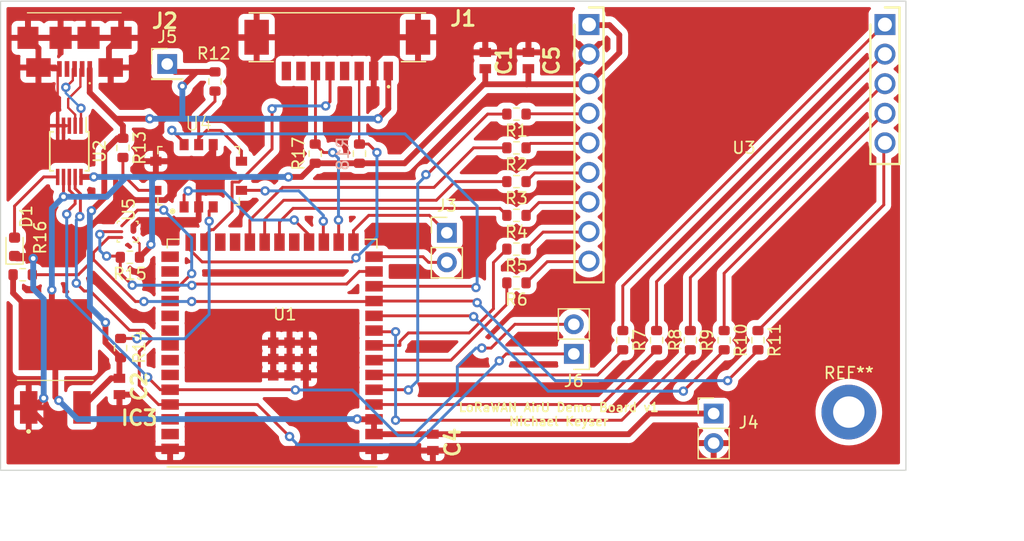
<source format=kicad_pcb>
(kicad_pcb (version 20211014) (generator pcbnew)
  (layers (0 "F.Cu" signal) (31 "B.Cu" signal) (34 "B.Paste" user) (35 "F.Paste" user) (36 "B.SilkS" user "B.Silkscreen") (37 "F.SilkS" user "F.Silkscreen") (38 "B.Mask" user) (39 "F.Mask" user) (44 "Edge.Cuts" user))
  (net 0 "")
  (net 1 "GND")
  (net 2 "VDD")
  (net 3 "VCC")
  (net 4 "/GPIO4")
  (net 5 "/GPIO5")
  (net 6 "/GPIO6")
  (net 7 "/GPIO7")
  (net 8 "/GPIO15")
  (net 9 "/GPIO16")
  (net 10 "/GPIO17")
  (net 11 "/GPIO18")
  (net 12 "/GPIO19")
  (net 13 "/GPIO20")
  (net 14 "/GPIO3")
  (net 15 "/GPIO46")
  (net 16 "/GPIO9")
  (net 17 "/GPIO10")
  (net 18 "/GPIO11")
  (net 19 "/GPIO12")
  (net 20 "/GPIO13")
  (net 21 "/GPIO14")
  (net 22 "/GPIO21")
  (net 23 "/GPIO47")
  (net 24 "/GPIO48")
  (net 25 "/GPIO45")
  (net 26 "/GPIO0")
  (net 27 "/GPIO35")
  (net 28 "/GPIO36")
  (net 29 "/GPIO37")
  (net 30 "/GPIO38")
  (net 31 "/GPIO39")
  (net 32 "/GPIO40")
  (net 33 "/GPIO41")
  (net 34 "/GPIO42")
  (net 35 "/U0RXD")
  (net 36 "/U0TXD")
  (net 37 "/GPIO2")
  (net 38 "/GPIO1")
  (net 39 "/D+")
  (net 40 "/D-")
  (net 41 "Net-(R12-Pad1)")
  (net 43 "/GPIO8")
  (net 44 "/LORA_DIO0")
  (net 45 "/LORA_SCLK")
  (net 46 "/LORA_MISO")
  (net 47 "/LORA_MOSI")
  (net 48 "/LORA_NSS")
  (net 49 "/LORA_RST")
  (net 50 "/LORA_DIO1")
  (net 51 "/LORA_DIO2")
  (net 52 "/LORA_DIO3")
  (net 53 "/LORA_DIO4")
  (net 54 "/LORA_DIO5")
  (net 55 "Net-(R13-Pad2)")
  (net 56 "Net-(R14-Pad1)")
  (net 57 "Net-(D1-Pad2)")
  (footprint "Resistor_SMD:R_0603_1608Metric" (layer "F.Cu") (at 166.075 43.1 180)
    (fp_text reference "R5")
    (fp_text value "0")
  )
  (footprint "Resistor_SMD:R_0603_1608Metric" (layer "F.Cu") (at 132.1 51.6 -90)
    (fp_text reference "R14")
    (fp_text value "27")
  )
  (footprint "Connector_PinHeader_2.54mm:PinHeader_1x02_P2.54mm_Vertical" (layer "F.Cu") (at 171 52.1 180)
    (fp_text reference "J6")
    (fp_text value "Conn_01x02_Male")
  )
  (footprint "Espressif:ESP32-S3-WROOM-1" (layer "F.Cu") (at 145.1 52 180)
    (fp_text reference "U1")
    (fp_text value "ESP32-S3-WROOM-1")
  )
  (footprint "Resistor_SMD:R_0603_1608Metric" (layer "F.Cu") (at 178.1 50.925 -90)
    (fp_text reference "R8")
    (fp_text value "0")
  )
  (footprint "Resistor_SMD:R_0603_1608Metric" (layer "F.Cu") (at 181 50.925 -90)
    (fp_text reference "R9")
    (fp_text value "0")
  )
  (footprint "Resistor_SMD:R_0603_1608Metric" (layer "F.Cu") (at 166.075 37.3 180)
    (fp_text reference "R3")
    (fp_text value "0")
  )
  (footprint "Resistor_SMD:R_0603_1608Metric" (layer "F.Cu") (at 148.8 34.9 90)
    (fp_text reference "R17")
    (fp_text value "10k")
  )
  (footprint "Resistor_SMD:R_0603_1608Metric" (layer "F.Cu") (at 152.6 34.9 90)
    (fp_text reference "R18")
    (fp_text value "10k")
  )
  (footprint "MountingHole:MountingHole_2.7mm_M2.5_DIN965_Pad" (layer "F.Cu") (at 194.6 57.1)
    (fp_text reference "REF**")
    (fp_text value "MountingHole_2.7mm_M2.5_DIN965_Pad")
  )
  (footprint "0603ZDD106KAT2A:CAPC1608X90N" (layer "F.Cu") (at 158.9 59.7 90)
    (fp_text reference "C4")
    (fp_text value "10u" hide)
  )
  (footprint "footprints:HDC2010YPAR" (layer "F.Cu") (at 132.7 41.6 180)
    (fp_text reference "U5")
    (fp_text value "HDC2010YPAR" hide)
  )
  (footprint "Connector_PinHeader_2.54mm:PinHeader_1x02_P2.54mm_Vertical" (layer "F.Cu") (at 183 57.225)
    (fp_text reference "J4")
    (fp_text value "Conn_01x02_Male")
  )
  (footprint "Resistor_SMD:R_0603_1608Metric" (layer "F.Cu") (at 132.9 43.8 180)
    (fp_text reference "R15")
    (fp_text value "3k")
  )
  (footprint "LED_SMD:LED_0603_1608Metric" (layer "F.Cu") (at 123 42.9 90)
    (fp_text reference "D1")
    (fp_text value "LED")
  )
  (footprint "LD1086DT50TR:LD1086DT33TR" (layer "F.Cu") (at 126.5 47.4)
    (fp_text reference "IC3")
    (fp_text value "LD1086DT50TR" hide)
  )
  (footprint "0603YC105KAT2A:CAPC1608X94N" (layer "F.Cu") (at 163.4 26.9 -90)
    (fp_text reference "C1")
    (fp_text value "0.1u" hide)
  )
  (footprint "chem_air_u_footprints:PLCC125P750X550X150-16N" (layer "F.Cu") (at 138.8 36.8)
    (fp_text reference "U4")
    (fp_text value "MICS6814")
  )
  (footprint "Resistor_SMD:R_0603_1608Metric" (layer "F.Cu") (at 132.3 34.4 -90)
    (fp_text reference "R13")
    (fp_text value "130")
  )
  (footprint "Connector_PinHeader_2.54mm:PinHeader_1x02_P2.54mm_Vertical" (layer "F.Cu") (at 160.1 41.7)
    (fp_text reference "J3")
    (fp_text value "Conn_01x02_Male")
  )
  (footprint "Resistor_SMD:R_0603_1608Metric" (layer "F.Cu") (at 166.075 34.4 180)
    (fp_text reference "R2")
    (fp_text value "0")
  )
  (footprint "Connector_PinHeader_2.54mm:PinHeader_1x01_P2.54mm_Vertical" (layer "F.Cu") (at 136.1 27.2)
    (fp_text reference "J5")
    (fp_text value "Conn_01x01_Male")
  )
  (footprint "Resistor_SMD:R_0603_1608Metric" (layer "F.Cu") (at 175.2 50.925 -90)
    (fp_text reference "R7")
    (fp_text value "0")
  )
  (footprint "0603ZDD106KAT2A:CAPC1608X90N" (layer "F.Cu") (at 132 54.9 90)
    (fp_text reference "C2")
    (fp_text value "10u" hide)
  )
  (footprint "custom_components:LoRa_Breakout" (layer "F.Cu") (at 185.6 31.8)
    (fp_text reference "U3")
    (fp_text value "LoRa_Breakout")
  )
  (footprint "Resistor_SMD:R_0603_1608Metric" (layer "F.Cu") (at 166.075 46 180)
    (fp_text reference "R6")
    (fp_text value "0")
  )
  (footprint "Resistor_SMD:R_0603_1608Metric" (layer "F.Cu") (at 183.9 50.925 -90)
    (fp_text reference "R10")
    (fp_text value "0")
  )
  (footprint "Package_SO:MSOP-10_3x3mm_P0.5mm" (layer "F.Cu") (at 127.7 34.7 -90)
    (fp_text reference "U2")
    (fp_text value "CH340E")
  )
  (footprint "Resistor_SMD:R_0603_1608Metric" (layer "F.Cu") (at 140.2 28.7 90)
    (fp_text reference "R12")
    (fp_text value "820")
  )
  (footprint "ZX62-B-5PA_33_:ZX62B5PA33" (layer "F.Cu") (at 128.15 25.3 180)
    (fp_text reference "J2")
    (fp_text value "ZX62-B-5PA_33_" hide)
  )
  (footprint "53261-7008:532617008" (layer "F.Cu") (at 150.7 24.9)
    (fp_text reference "J1")
    (fp_text value "53261-7008" hide)
  )
  (footprint "Resistor_SMD:R_0603_1608Metric" (layer "F.Cu") (at 166.075 40.2 180)
    (fp_text reference "R4")
    (fp_text value "0")
  )
  (footprint "0603YC104J4T4A:CAPC1608X90N" (layer "F.Cu") (at 167.1 26.9 90)
    (fp_text reference "C5")
    (fp_text value "0.1u" hide)
  )
  (footprint "Resistor_SMD:R_0603_1608Metric" (layer "F.Cu") (at 166.075 31.5 180)
    (fp_text reference "R1")
    (fp_text value "0")
  )
  (footprint "Resistor_SMD:R_0603_1608Metric" (layer "F.Cu") (at 123.7 45.3)
    (fp_text reference "R16")
    (fp_text value "3k")
  )
  (footprint "Resistor_SMD:R_0603_1608Metric" (layer "F.Cu") (at 186.8 50.925 -90)
    (fp_text reference "R11")
    (fp_text value "0")
  )
  (gr_rect (start 199.5 62.1) (end 121.8 21.8) (layer "Edge.Cuts") (width 0.1) (fill none))
  (gr_text "LoRaWAN AirU Demo Board v1\nMichael Keyser" (at 169.7 57.3) (layer "F.SilkS") (effects (font (size 0.75 0.75))))
  (segment (start 126.8 24.95) (end 129.2 24.95) (width 0.5) (layer "F.Cu") (net 1))
  (segment (start 134.3 30.3) (end 131.8 30.3) (width 0.5) (layer "F.Cu") (net 1))
  (segment (start 148 52.54) (end 148 53.94) (width 0.5) (layer "F.Cu") (net 1))
  (segment (start 124 24.95) (end 126.8 24.95) (width 0.5) (layer "F.Cu") (net 1))
  (segment (start 167 24.9) (end 170.7025 24.9) (width 0.5) (layer "F.Cu") (net 1))
  (segment (start 132 24.95) (end 143.725 24.95) (width 0.5) (layer "F.Cu") (net 1))
  (segment (start 135.6 33) (end 135.6 31.6) (width 0.5) (layer "F.Cu") (net 1))
  (segment (start 126.7 27.625) (end 125.025 27.625) (width 0.2) (layer "F.Cu") (net 1))
  (segment (start 138.8 40.6) (end 138.8 39.475) (width 0.5) (layer "F.Cu") (net 1))
  (segment (start 140.05 34.6418) (end 140.05 34.125) (width 0.5) (layer "F.Cu") (net 1))
  (segment (start 153.825 26.5) (end 153.825 27.8) (width 0.5) (layer "F.Cu") (net 1))
  (segment (start 148.16 60.26) (end 153.85 60.26) (width 0.5) (layer "F.Cu") (net 1))
  (segment (start 143.775 24.9) (end 152.225 24.9) (width 0.5) (layer "F.Cu") (net 1))
  (segment (start 148 53.94) (end 146.6 53.94) (width 0.5) (layer "F.Cu") (net 1))
  (segment (start 125.05 25.85) (end 124.15 24.95) (width 0.5) (layer "F.Cu") (net 1))
  (segment (start 138.8 40.6) (end 133.7 40.6) (width 0.5) (layer "F.Cu") (net 1))
  (segment (start 143.725 24.95) (end 143.775 24.9) (width 0.5) (layer "F.Cu") (net 1))
  (segment (start 127.2 32.5) (end 126.7 32.5) (width 0.2) (layer "F.Cu") (net 1))
  (segment (start 155.875 24.9) (end 157.625 24.9) (width 0.5) (layer "F.Cu") (net 1))
  (segment (start 133.199999 41.100001) (end 133.199999 41.534999) (width 0.5) (layer "F.Cu") (net 1))
  (segment (start 131.1 27.5) (end 131.1 25.85) (width 0.5) (layer "F.Cu") (net 1))
  (segment (start 131.25 29.75) (end 131.25 27.5) (width 0.5) (layer "F.Cu") (net 1))
  (segment (start 148 60.1) (end 148.16 60.26) (width 0.5) (layer "F.Cu") (net 1))
  (segment (start 131.8 30.3) (end 131.25 29.75) (width 0.5) (layer "F.Cu") (net 1))
  (segment (start 177.835 59.765) (end 183 59.765) (width 0.5) (layer "F.Cu") (net 1))
  (segment (start 138.4582 35.55) (end 138.8 35.8918) (width 0.5) (layer "F.Cu") (net 1))
  (segment (start 135.6 31.6) (end 134.3 30.3) (width 0.5) (layer "F.Cu") (net 1))
  (segment (start 126.7 27.625) (end 126.7 32.5) (width 0.2) (layer "F.Cu") (net 1))
  (segment (start 135.125 33.475) (end 135.6 33) (width 0.5) (layer "F.Cu") (net 1))
  (segment (start 148 51.14) (end 148 52.54) (width 0.5) (layer "F.Cu") (net 1))
  (segment (start 129.2 24.95) (end 132 24.95) (width 0.5) (layer "F.Cu") (net 1))
  (segment (start 135.125 35.55) (end 135.125 33.475) (width 0.5) (layer "F.Cu") (net 1))
  (segment (start 146.6 53.94) (end 146.6 52.54) (width 0.5) (layer "F.Cu") (net 1))
  (segment (start 167.1 26.2) (end 167.1 25) (width 0.5) (layer "F.Cu") (net 1))
  (segment (start 170.7025 24.9) (end 172.2 26.3975) (width 0.5) (layer "F.Cu") (net 1))
  (segment (start 157.625 24.9) (end 163.6 24.9) (width 0.5) (layer "F.Cu") (net 1))
  (segment (start 163.4 26.2) (end 163.4 25.1) (width 0.5) (layer "F.Cu") (net 1))
  (segment (start 135.910604 38.8859) (end 137.996504 36.8) (width 0.5) (layer "F.Cu") (net 1))
  (segment (start 158.9 60.4) (end 177.2 60.4) (width 0.5) (layer "F.Cu") (net 1))
  (segment (start 133.7 40.6) (end 133.199999 41.100001) (width 0.5) (layer "F.Cu") (net 1))
  (segment (start 167.1 25) (end 167 24.9) (width 0.5) (layer "F.Cu") (net 1))
  (segment (start 126.8 43.9) (end 131.8141 38.8859) (width 0.5) (layer "F.Cu") (net 1))
  (segment (start 131.1 25.85) (end 132 24.95) (width 0.5) (layer "F.Cu") (net 1))
  (segment (start 152.225 24.9) (end 153.825 26.5) (width 0.5) (layer "F.Cu") (net 1))
  (segment (start 148 53.94) (end 148 60.1) (width 0.5) (layer "F.Cu") (net 1))
  (segment (start 124.6 43.9) (end 126.8 43.9) (width 0.5) (layer "F.Cu") (net 1))
  (segment (start 163.4 25.1) (end 163.6 24.9) (width 0.5) (layer "F.Cu") (net 1))
  (segment (start 138.8 39.475) (end 138.8 35.8918) (width 0.5) (layer "F.Cu") (net 1))
  (segment (start 135.125 35.55) (end 138.4582 35.55) (width 0.5) (layer "F.Cu") (net 1))
  (segment (start 153.825 27.8) (end 153.825 26.95) (width 0.5) (layer "F.Cu") (net 1))
  (segment (start 124.214 56.7) (end 124.7 56.7) (width 0.5) (layer "F.Cu") (net 1))
  (segment (start 145.2 51.14) (end 146.6 51.14) (width 0.5) (layer "F.Cu") (net 1))
  (segment (start 124.6 43.9) (end 123.2125 43.9) (width 0.5) (layer "F.Cu") (net 1))
  (segment (start 137.996504 36.8) (end 138.8 36.8) (width 0.5) (layer "F.Cu") (net 1))
  (segment (start 127.7 32.5) (end 127.2 32.5) (width 0.2) (layer "F.Cu") (net 1))
  (segment (start 131.8141 38.8859) (end 135.910604 38.8859) (width 0.5) (layer "F.Cu") (net 1))
  (segment (start 132 55.6) (end 132 59) (width 0.5) (layer "F.Cu") (net 1))
  (segment (start 146.6 51.14) (end 148 51.14) (width 0.5) (layer "F.Cu") (net 1))
  (segment (start 136.35 60.26) (end 133.26 60.26) (width 0.5) (layer "F.Cu") (net 1))
  (segment (start 146.6 52.54) (end 145.2 52.54) (width 0.5) (layer "F.Cu") (net 1))
  (segment (start 136.35 60.26) (end 148.16 60.26) (width 0.5) (layer "F.Cu") (net 1))
  (segment (start 138.8 35.8918) (end 140.05 34.6418) (width 0.5) (layer "F.Cu") (net 1))
  (segment (start 158.9 60.4) (end 153.99 60.4) (width 0.5) (layer "F.Cu") (net 1))
  (segment (start 163.6 24.9) (end 167 24.9) (width 0.5) (layer "F.Cu") (net 1))
  (segment (start 177.2 60.4) (end 177.835 59.765) (width 0.5) (layer "F.Cu") (net 1))
  (segment (start 123.2125 43.9) (end 123 43.6875) (width 0.5) (layer "F.Cu") (net 1))
  (segment (start 124.7 56.7) (end 125.5 55.9) (width 0.5) (layer "F.Cu") (net 1))
  (segment (start 125.05 27.5) (end 125.05 25.85) (width 0.5) (layer "F.Cu") (net 1))
  (segment (start 153.825 26.95) (end 155.875 24.9) (width 0.5) (layer "F.Cu") (net 1))
  (segment (start 133.26 60.26) (end 132 59) (width 0.5) (layer "F.Cu") (net 1))
  (segment (start 126.514 59) (end 124.214 56.7) (width 0.5) (layer "F.Cu") (net 1))
  (segment (start 145.2 52.54) (end 145.2 53.94) (width 0.5) (layer "F.Cu") (net 1))
  (segment (start 132 59) (end 126.514 59) (width 0.5) (layer "F.Cu") (net 1))
  (segment (start 153.99 60.4) (end 153.85 60.26) (width 0.5) (layer "F.Cu") (net 1))
  (via (at 125.5 55.9) (size 0.8) (drill 0.4) (layers "F.Cu" "B.Cu") (net 1))
  (via (at 124.6 43.9) (size 0.8) (drill 0.4) (layers "F.Cu" "B.Cu") (net 1))
  (segment (start 125.5 47.4) (end 125 46.9) (width 0.5) (layer "B.Cu") (net 1))
  (segment (start 125 46.9) (end 124.6 46.5) (width 0.5) (layer "B.Cu") (net 1))
  (segment (start 125.5 55.9) (end 125.5 47.4) (width 0.5) (layer "B.Cu") (net 1))
  (segment (start 124.6 46.5) (end 124.6 43.9) (width 0.5) (layer "B.Cu") (net 1))
  (segment (start 148.8 35.725) (end 152.6 35.725) (width 0.5) (layer "F.Cu") (net 2))
  (segment (start 126.2 50.15) (end 126.5 50.45) (width 0.5) (layer "F.Cu") (net 2))
  (segment (start 174.0575 23.8575) (end 174.9 24.7) (width 0.5) (layer "F.Cu") (net 2))
  (segment (start 126.5 55.8) (end 126.5 50.45) (width 0.5) (layer "F.Cu") (net 2))
  (segment (start 126.8 56.1) (end 126.5 55.8) (width 0.5) (layer "F.Cu") (net 2))
  (segment (start 177.475 57.225) (end 175.7 59) (width 0.5) (layer "F.Cu") (net 2))
  (segment (start 163.4 27.6) (end 163.4 28.8) (width 0.5) (layer "F.Cu") (net 2))
  (segment (start 152.42 57.72) (end 152.4 57.7) (width 0.5) (layer "F.Cu") (net 2))
  (segment (start 174.9 26.2375) (end 172.2 28.9375) (width 0.5) (layer "F.Cu") (net 2))
  (segment (start 183 57.225) (end 177.475 57.225) (width 0.5) (layer "F.Cu") (net 2))
  (segment (start 166.9625 28.9375) (end 163.2625 28.9375) (width 0.5) (layer "F.Cu") (net 2))
  (segment (start 158.9 59) (end 153.86 59) (width 0.5) (layer "F.Cu") (net 2))
  (segment (start 148.8 35.725) (end 147.625 36.9) (width 0.5) (layer "F.Cu") (net 2))
  (segment (start 126.2 46.6) (end 126.2 50.15) (width 0.5) (layer "F.Cu") (net 2))
  (segment (start 153.85 58.99) (end 153.85 57.72) (width 0.5) (layer "F.Cu") (net 2))
  (segment (start 153.85 57.72) (end 152.42 57.72) (width 0.5) (layer "F.Cu") (net 2))
  (segment (start 133.725 43.8) (end 133.725 42.625) (width 0.2) (layer "F.Cu") (net 2))
  (segment (start 134.7 42.7) (end 134.7 42.825) (width 0.5) (layer "F.Cu") (net 2))
  (segment (start 127.2 36.8) (end 127.2 38.6) (width 0.25) (layer "F.Cu") (net 2))
  (segment (start 153.86 59) (end 153.85 58.99) (width 0.5) (layer "F.Cu") (net 2))
  (segment (start 133.725 42.625) (end 133.199999 42.099999) (width 0.2) (layer "F.Cu") (net 2))
  (segment (start 175.7 59) (end 158.9 59) (width 0.5) (layer "F.Cu") (net 2))
  (segment (start 174.9 24.7) (end 174.9 26.2375) (width 0.5) (layer "F.Cu") (net 2))
  (segment (start 167.1 27.6) (end 167.1 28.8) (width 0.5) (layer "F.Cu") (net 2))
  (segment (start 172.2 28.9375) (end 166.9625 28.9375) (width 0.5) (layer "F.Cu") (net 2))
  (segment (start 126.5 50.45) (end 126.45 50.45) (width 0.5) (layer "F.Cu") (net 2))
  (segment (start 163.2625 28.9375) (end 156.475 35.725) (width 0.5) (layer "F.Cu") (net 2))
  (segment (start 126.45 50.45) (end 122.875 46.875) (width 0.5) (layer "F.Cu") (net 2))
  (segment (start 167.1 28.8) (end 166.9625 28.9375) (width 0.5) (layer "F.Cu") (net 2))
  (segment (start 122.875 46.875) (end 122.875 45.3) (width 0.5) (layer "F.Cu") (net 2))
  (segment (start 163.4 28.8) (end 163.2625 28.9375) (width 0.5) (layer "F.Cu") (net 2))
  (segment (start 156.475 35.725) (end 152.6 35.725) (width 0.5) (layer "F.Cu") (net 2))
  (segment (start 172.2 23.8575) (end 174.0575 23.8575) (width 0.5) (layer "F.Cu") (net 2))
  (segment (start 134.7 42.825) (end 133.725 43.8) (width 0.5) (layer "F.Cu") (net 2))
  (segment (start 146.5 36.9) (end 147.625 36.9) (width 0.5) (layer "F.Cu") (net 2))
  (segment (start 129.8 36.9) (end 128.8 36.9) (width 0.5) (layer "F.Cu") (net 2))
  (via (at 146.5 36.9) (size 0.8) (drill 0.4) (layers "F.Cu" "B.Cu") (net 2))
  (via (at 129.8 36.9) (size 0.8) (drill 0.4) (layers "F.Cu" "B.Cu") (net 2))
  (via (at 126.8 56.1) (size 0.8) (drill 0.4) (layers "F.Cu" "B.Cu") (net 2))
  (via (at 152.4 57.7) (size 0.8) (drill 0.4) (layers "F.Cu" "B.Cu") (net 2))
  (via (at 134.7 42.7) (size 0.8) (drill 0.4) (layers "F.Cu" "B.Cu") (net 2))
  (via (at 127.2 38.6) (size 0.8) (drill 0.4) (layers "F.Cu" "B.Cu") (net 2))
  (via (at 126.2 46.6) (size 0.8) (drill 0.4) (layers "F.Cu" "B.Cu") (net 2))
  (segment (start 132.4 37.1) (end 132.4 36.9) (width 0.5) (layer "B.Cu") (net 2))
  (segment (start 152.4 57.7) (end 128.4 57.7) (width 0.5) (layer "B.Cu") (net 2))
  (segment (start 128.4 57.7) (end 126.8 56.1) (width 0.5) (layer "B.Cu") (net 2))
  (segment (start 134.8 37.2) (end 134.8 42.4) (width 0.5) (layer "B.Cu") (net 2))
  (segment (start 132.4 36.9) (end 135.1 36.9) (width 0.5) (layer "B.Cu") (net 2))
  (segment (start 135.1 36.9) (end 146.5 36.9) (width 0.5) (layer "B.Cu") (net 2))
  (segment (start 130.9 36.9) (end 129.8 36.9) (width 0.5) (layer "B.Cu") (net 2))
  (segment (start 134.8 42.4) (end 134.8 42.6) (width 0.5) (layer "B.Cu") (net 2))
  (segment (start 127.2 38.6) (end 130.9 38.6) (width 0.5) (layer "B.Cu") (net 2))
  (segment (start 127.2 38.6) (end 126.2 39.6) (width 0.5) (layer "B.Cu") (net 2))
  (segment (start 126.2 39.6) (end 126.2 46.6) (width 0.5) (layer "B.Cu") (net 2))
  (segment (start 130.9 38.6) (end 132.4 37.1) (width 0.5) (layer "B.Cu") (net 2))
  (segment (start 130.9 36.9) (end 132.4 36.9) (width 0.5) (layer "B.Cu") (net 2))
  (segment (start 135.1 36.9) (end 134.8 37.2) (width 0.5) (layer "B.Cu") (net 2))
  (segment (start 134.8 42.6) (end 134.7 42.7) (width 0.5) (layer "B.Cu") (net 2))
  (segment (start 132.3 33.575) (end 132.3 32.5) (width 0.5) (layer "F.Cu") (net 3))
  (segment (start 140.2 27.875) (end 138.625 27.875) (width 0.5) (layer "F.Cu") (net 3))
  (segment (start 134.6 31.9) (end 131.7 31.9) (width 0.5) (layer "F.Cu") (net 3))
  (segment (start 129.45 29.65) (end 129.45 27.625) (width 0.5) (layer "F.Cu") (net 3))
  (segment (start 130.7 34.7) (end 131.825 33.575) (width 0.5) (layer "F.Cu") (net 3))
  (segment (start 130.7 38.7) (end 130.7 34.7) (width 0.5) (layer "F.Cu") (net 3))
  (segment (start 132.3 32.5) (end 131.7 31.9) (width 0.5) (layer "F.Cu") (net 3))
  (segment (start 130.8 49.4) (end 130.8 51.125) (width 0.5) (layer "F.Cu") (net 3))
  (segment (start 132 54.2) (end 132 52.525) (width 0.5) (layer "F.Cu") (net 3))
  (segment (start 130.8 51.125) (end 132.1 52.425) (width 0.5) (layer "F.Cu") (net 3))
  (segment (start 154.2 31.9) (end 155.075 31.025) (width 0.5) (layer "F.Cu") (net 3))
  (segment (start 155.075 31.025) (end 155.075 27.8) (width 0.5) (layer "F.Cu") (net 3))
  (segment (start 138.625 27.875) (end 137.4 29.1) (width 0.5) (layer "F.Cu") (net 3))
  (segment (start 132 54.2) (end 131.286 54.2) (width 0.5) (layer "F.Cu") (net 3))
  (segment (start 131.7 31.9) (end 129.45 29.65) (width 0.5) (layer "F.Cu") (net 3))
  (segment (start 131.825 33.575) (end 132.3 33.575) (width 0.5) (layer "F.Cu") (net 3))
  (segment (start 136.775 27.875) (end 136.1 27.2) (width 0.5) (layer "F.Cu") (net 3))
  (segment (start 132 52.525) (end 132.1 52.425) (width 0.5) (layer "F.Cu") (net 3))
  (segment (start 140.2 27.875) (end 136.775 27.875) (width 0.5) (layer "F.Cu") (net 3))
  (segment (start 131.286 54.2) (end 128.786 56.7) (width 0.5) (layer "F.Cu") (net 3))
  (segment (start 129.6 39.8) (end 130.7 38.7) (width 0.5) (layer "F.Cu") (net 3))
  (via (at 154.2 31.9) (size 0.8) (drill 0.4) (layers "F.Cu" "B.Cu") (net 3))
  (via (at 130.8 49.4) (size 0.8) (drill 0.4) (layers "F.Cu" "B.Cu") (net 3))
  (via (at 134.6 31.9) (size 0.8) (drill 0.4) (layers "F.Cu" "B.Cu") (net 3))
  (via (at 137.4 29.1) (size 0.8) (drill 0.4) (layers "F.Cu" "B.Cu") (net 3))
  (via (at 129.6 39.8) (size 0.8) (drill 0.4) (layers "F.Cu" "B.Cu") (net 3))
  (segment (start 137.4 29.1) (end 137.4 31.8) (width 0.5) (layer "B.Cu") (net 3))
  (segment (start 137.5 31.9) (end 154.2 31.9) (width 0.5) (layer "B.Cu") (net 3))
  (segment (start 129.46588 39.93412) (end 129.46588 48.06588) (width 0.5) (layer "B.Cu") (net 3))
  (segment (start 134.6 31.9) (end 137.5 31.9) (width 0.5) (layer "B.Cu") (net 3))
  (segment (start 137.4 31.8) (end 137.5 31.9) (width 0.5) (layer "B.Cu") (net 3))
  (segment (start 129.46588 48.06588) (end 130.8 49.4) (width 0.5) (layer "B.Cu") (net 3))
  (segment (start 129.6 39.8) (end 129.46588 39.93412) (width 0.5) (layer "B.Cu") (net 3))
  (segment (start 173.4 56.45) (end 153.85 56.45) (width 0.25) (layer "F.Cu") (net 4))
  (segment (start 178.1 51.75) (end 173.4 56.45) (width 0.25) (layer "F.Cu") (net 4))
  (segment (start 156.78 55.18) (end 153.85 55.18) (width 0.25) (layer "F.Cu") (net 5))
  (segment (start 158.4 36.7) (end 158.3 36.7) (width 0.25) (layer "F.Cu") (net 5))
  (segment (start 163.6 31.5) (end 158.4 36.7) (width 0.25) (layer "F.Cu") (net 5))
  (segment (start 165.25 31.5) (end 163.6 31.5) (width 0.25) (layer "F.Cu") (net 5))
  (segment (start 156.8 55.2) (end 156.78 55.18) (width 0.25) (layer "F.Cu") (net 5))
  (via (at 158.3 36.7) (size 0.8) (drill 0.4) (layers "F.Cu" "B.Cu") (net 5))
  (via (at 156.8 55.2) (size 0.8) (drill 0.4) (layers "F.Cu" "B.Cu") (net 5))
  (segment (start 158.3 36.8) (end 157.6 37.5) (width 0.25) (layer "B.Cu") (net 5))
  (segment (start 157.6 37.5) (end 157.6 54.4) (width 0.25) (layer "B.Cu") (net 5))
  (segment (start 157.6 54.4) (end 156.8 55.2) (width 0.25) (layer "B.Cu") (net 5))
  (segment (start 158.3 36.7) (end 158.3 36.8) (width 0.25) (layer "B.Cu") (net 5))
  (segment (start 173.04 53.91) (end 153.85 53.91) (width 0.25) (layer "F.Cu") (net 6))
  (segment (start 175.2 51.75) (end 173.04 53.91) (width 0.25) (layer "F.Cu") (net 6))
  (segment (start 165.25 46) (end 165.25 47.85) (width 0.25) (layer "F.Cu") (net 7))
  (segment (start 165.25 47.85) (end 160.46 52.64) (width 0.25) (layer "F.Cu") (net 7))
  (segment (start 160.46 52.64) (end 153.85 52.64) (width 0.25) (layer "F.Cu") (net 7))
  (segment (start 156.8 50.3) (end 156.07 51.03) (width 0.25) (layer "F.Cu") (net 8))
  (segment (start 156.07 51.37) (end 153.85 51.37) (width 0.25) (layer "F.Cu") (net 8))
  (segment (start 165.25 43.1) (end 164.1 44.25) (width 0.25) (layer "F.Cu") (net 8))
  (segment (start 162.02672 50.3) (end 156.8 50.3) (width 0.25) (layer "F.Cu") (net 8))
  (segment (start 164.1 48.22672) (end 162.02672 50.3) (width 0.25) (layer "F.Cu") (net 8))
  (segment (start 156.07 51.03) (end 156.07 51.37) (width 0.25) (layer "F.Cu") (net 8))
  (segment (start 164.1 44.25) (end 164.1 48.22672) (width 0.25) (layer "F.Cu") (net 8))
  (segment (start 155.7 50.2) (end 153.95 50.2) (width 0.25) (layer "F.Cu") (net 9))
  (segment (start 181 51.75) (end 181 51.9) (width 0.25) (layer "F.Cu") (net 9))
  (segment (start 175.2 57.7) (end 175.1 57.8) (width 0.25) (layer "F.Cu") (net 9))
  (segment (start 175.1 57.8) (end 155.7 57.8) (width 0.25) (layer "F.Cu") (net 9))
  (segment (start 181 51.9) (end 175.2 57.7) (width 0.25) (layer "F.Cu") (net 9))
  (segment (start 153.95 50.2) (end 153.85 50.1) (width 0.25) (layer "F.Cu") (net 9))
  (via (at 155.7 57.8) (size 0.8) (drill 0.4) (layers "F.Cu" "B.Cu") (net 9))
  (via (at 155.7 50.2) (size 0.8) (drill 0.4) (layers "F.Cu" "B.Cu") (net 9))
  (segment (start 155.7 57.8) (end 155.7 50.2) (width 0.25) (layer "B.Cu") (net 9))
  (segment (start 162.33 48.83) (end 153.85 48.83) (width 0.25) (layer "F.Cu") (net 10))
  (segment (start 183.9 51.75) (end 183.9 51.8) (width 0.25) (layer "F.Cu") (net 10))
  (segment (start 183.9 51.8) (end 180.4 55.3) (width 0.25) (layer "F.Cu") (net 10))
  (segment (start 162.4 48.9) (end 162.33 48.83) (width 0.2) (layer "F.Cu") (net 10))
  (via (at 162.4 48.9) (size 0.8) (drill 0.4) (layers "F.Cu" "B.Cu") (net 10))
  (via (at 180.4 55.3) (size 0.8) (drill 0.4) (layers "F.Cu" "B.Cu") (net 10))
  (segment (start 180.4 55.3) (end 168.8 55.3) (width 0.25) (layer "B.Cu") (net 10))
  (segment (start 162.7 49.2) (end 162.4 48.9) (width 0.25) (layer "B.Cu") (net 10))
  (segment (start 168.8 55.3) (end 162.7 49.2) (width 0.25) (layer "B.Cu") (net 10))
  (segment (start 162.7 47.7) (end 162.56 47.56) (width 0.2) (layer "F.Cu") (net 11))
  (segment (start 124.525 45.3) (end 124.5265 45.2985) (width 0.25) (layer "F.Cu") (net 11))
  (segment (start 162.56 47.56) (end 153.85 47.56) (width 0.25) (layer "F.Cu") (net 11))
  (segment (start 128.47472 45.3) (end 129.774 44.00072) (width 0.25) (layer "F.Cu") (net 11))
  (segment (start 124.5265 45.2985) (end 128.47322 45.2985) (width 0.25) (layer "F.Cu") (net 11))
  (segment (start 133.37328 47.6) (end 134.1 47.6) (width 0.25) (layer "F.Cu") (net 11))
  (segment (start 128.47322 45.2985) (end 128.47472 45.3) (width 0.25) (layer "F.Cu") (net 11))
  (segment (start 153.81 47.6) (end 153.85 47.56) (width 0.25) (layer "F.Cu") (net 11))
  (segment (start 132.200001 42.099999) (end 131.073281 42.099999) (width 0.25) (layer "F.Cu") (net 11))
  (segment (start 186.8 51.8) (end 184.2 54.4) (width 0.25) (layer "F.Cu") (net 11))
  (segment (start 138.2 47.6) (end 153.81 47.6) (width 0.25) (layer "F.Cu") (net 11))
  (segment (start 186.8 51.75) (end 186.8 51.8) (width 0.25) (layer "F.Cu") (net 11))
  (segment (start 131.073281 42.099999) (end 129.774 43.39928) (width 0.25) (layer "F.Cu") (net 11))
  (segment (start 129.774 44.00072) (end 133.37328 47.6) (width 0.25) (layer "F.Cu") (net 11))
  (segment (start 129.774 43.39928) (end 129.774 44.00072) (width 0.25) (layer "F.Cu") (net 11))
  (via (at 134.1 47.6) (size 0.8) (drill 0.4) (layers "F.Cu" "B.Cu") (net 11))
  (via (at 162.7 47.7) (size 0.8) (drill 0.4) (layers "F.Cu" "B.Cu") (net 11))
  (via (at 184.2 54.4) (size 0.8) (drill 0.4) (layers "F.Cu" "B.Cu") (net 11))
  (via (at 138.2 47.6) (size 0.8) (drill 0.4) (layers "F.Cu" "B.Cu") (net 11))
  (segment (start 169.4 54.4) (end 162.8 47.8) (width 0.25) (layer "B.Cu") (net 11))
  (segment (start 162.8 47.8) (end 162.7 47.7) (width 0.25) (layer "B.Cu") (net 11))
  (segment (start 184.2 54.4) (end 169.4 54.4) (width 0.25) (layer "B.Cu") (net 11))
  (segment (start 134.1 47.6) (end 138.2 47.6) (width 0.25) (layer "B.Cu") (net 11))
  (segment (start 130.9 43.7) (end 131.975 43.7) (width 0.25) (layer "F.Cu") (net 12))
  (segment (start 138.212299 46.212299) (end 138.324598 46.1) (width 0.25) (layer "F.Cu") (net 12))
  (segment (start 151.5 46.1) (end 152.58 45.02) (width 0.25) (layer "F.Cu") (net 12))
  (segment (start 132.075 43.8) (end 132.075 45.175) (width 0.25) (layer "F.Cu") (net 12))
  (segment (start 131.975 43.7) (end 132.075 43.8) (width 0.25) (layer "F.Cu") (net 12))
  (segment (start 132.200001 41.6) (end 130.548681 41.6) (width 0.25) (layer "F.Cu") (net 12))
  (segment (start 130.548681 41.6) (end 130.31688 41.831801) (width 0.25) (layer "F.Cu") (net 12))
  (segment (start 138.324598 46.1) (end 151.5 46.1) (width 0.25) (layer "F.Cu") (net 12))
  (segment (start 152.58 45.02) (end 153.85 45.02) (width 0.25) (layer "F.Cu") (net 12))
  (segment (start 132.075 45.175) (end 133.1 46.2) (width 0.25) (layer "F.Cu") (net 12))
  (via (at 133.1 46.2) (size 0.8) (drill 0.4) (layers "F.Cu" "B.Cu") (net 12))
  (via (at 130.9 43.7) (size 0.8) (drill 0.4) (layers "F.Cu" "B.Cu") (net 12))
  (via (at 138.212299 46.212299) (size 0.8) (drill 0.4) (layers "F.Cu" "B.Cu") (net 12))
  (via (at 130.31688 41.831801) (size 0.8) (drill 0.4) (layers "F.Cu" "B.Cu") (net 12))
  (segment (start 138.2 46.2) (end 138.212299 46.212299) (width 0.25) (layer "B.Cu") (net 12))
  (segment (start 130.31688 43.21688) (end 130.8 43.7) (width 0.25) (layer "B.Cu") (net 12))
  (segment (start 130.8 43.7) (end 130.9 43.7) (width 0.25) (layer "B.Cu") (net 12))
  (segment (start 130.31688 41.831801) (end 130.31688 43.21688) (width 0.25) (layer "B.Cu") (net 12))
  (segment (start 133.1 46.2) (end 138.2 46.2) (width 0.25) (layer "B.Cu") (net 12))
  (segment (start 160.1 44.24) (end 158.54 44.24) (width 0.25) (layer "F.Cu") (net 13))
  (segment (start 158.54 44.24) (end 158.05 43.75) (width 0.25) (layer "F.Cu") (net 13))
  (segment (start 158.05 43.75) (end 153.85 43.75) (width 0.25) (layer "F.Cu") (net 13))
  (segment (start 160.1 41.7) (end 158.6 40.2) (width 0.25) (layer "F.Cu") (net 14))
  (segment (start 153.4 40.2) (end 152.085 41.515) (width 0.25) (layer "F.Cu") (net 14))
  (segment (start 158.6 40.2) (end 153.4 40.2) (width 0.25) (layer "F.Cu") (net 14))
  (segment (start 152.085 41.515) (end 152.085 42.5) (width 0.25) (layer "F.Cu") (net 14))
  (segment (start 150.3 34.8) (end 149.525 34.8) (width 0.25) (layer "F.Cu") (net 15))
  (segment (start 148.8 34.075) (end 148.825 34.05) (width 0.25) (layer "F.Cu") (net 15))
  (segment (start 150.815 42.5) (end 150.815 40.615) (width 0.25) (layer "F.Cu") (net 15))
  (segment (start 149.525 34.8) (end 148.8 34.075) (width 0.25) (layer "F.Cu") (net 15))
  (segment (start 150.815 40.615) (end 150.8 40.6) (width 0.25) (layer "F.Cu") (net 15))
  (segment (start 148.825 34.05) (end 148.825 27.8) (width 0.25) (layer "F.Cu") (net 15))
  (via (at 150.8 40.6) (size 0.8) (drill 0.4) (layers "F.Cu" "B.Cu") (net 15))
  (via (at 150.3 34.8) (size 0.8) (drill 0.4) (layers "F.Cu" "B.Cu") (net 15))
  (segment (start 150.8 40.6) (end 150.8 35.3) (width 0.25) (layer "B.Cu") (net 15))
  (segment (start 150.8 35.3) (end 150.3 34.8) (width 0.25) (layer "B.Cu") (net 15))
  (segment (start 149.5 40.7) (end 149.5 42.455) (width 0.25) (layer "F.Cu") (net 16))
  (segment (start 144.45 38.05) (end 144.5 38.1) (width 0.25) (layer "F.Cu") (net 16))
  (segment (start 142.475 38.05) (end 144.45 38.05) (width 0.25) (layer "F.Cu") (net 16))
  (segment (start 149.5 42.455) (end 149.545 42.5) (width 0.25) (layer "F.Cu") (net 16))
  (via (at 144.5 38.1) (size 0.8) (drill 0.4) (layers "F.Cu" "B.Cu") (net 16))
  (via (at 149.5 40.7) (size 0.8) (drill 0.4) (layers "F.Cu" "B.Cu") (net 16))
  (segment (start 149.5 40.2) (end 149.5 40.7) (width 0.25) (layer "B.Cu") (net 16))
  (segment (start 144.5 38.1) (end 147.4 38.1) (width 0.25) (layer "B.Cu") (net 16))
  (segment (start 148.2 38.9) (end 149.5 40.2) (width 0.25) (layer "B.Cu") (net 16))
  (segment (start 147.4 38.1) (end 148.2 38.9) (width 0.25) (layer "B.Cu") (net 16))
  (segment (start 147 40.6) (end 148.275 41.875) (width 0.25) (layer "F.Cu") (net 17))
  (segment (start 137.55 39.475) (end 137.55 38.45) (width 0.25) (layer "F.Cu") (net 17))
  (segment (start 137.55 38.45) (end 137.9 38.1) (width 0.25) (layer "F.Cu") (net 17))
  (segment (start 148.275 41.875) (end 148.275 42.5) (width 0.25) (layer "F.Cu") (net 17))
  (via (at 147 40.6) (size 0.8) (drill 0.4) (layers "F.Cu" "B.Cu") (net 17))
  (via (at 137.9 38.1) (size 0.8) (drill 0.4) (layers "F.Cu" "B.Cu") (net 17))
  (segment (start 137.9 38.1) (end 140.9 38.1) (width 0.25) (layer "B.Cu") (net 17))
  (segment (start 140.9 38.1) (end 142.4 39.6) (width 0.25) (layer "B.Cu") (net 17))
  (segment (start 143.4 40.6) (end 147 40.6) (width 0.25) (layer "B.Cu") (net 17))
  (segment (start 142.4 39.6) (end 143.4 40.6) (width 0.25) (layer "B.Cu") (net 17))
  (segment (start 146.9 39.6) (end 164.65 39.6) (width 0.25) (layer "F.Cu") (net 19))
  (segment (start 145.735 40.765) (end 145.735 42.5) (width 0.25) (layer "F.Cu") (net 19))
  (segment (start 164.65 39.6) (end 165.25 40.2) (width 0.25) (layer "F.Cu") (net 19))
  (segment (start 145.735 40.765) (end 146.9 39.6) (width 0.25) (layer "F.Cu") (net 19))
  (segment (start 144.465 40.535) (end 144.465 42.5) (width 0.25) (layer "F.Cu") (net 20))
  (segment (start 165.25 37.3) (end 160.8 37.3) (width 0.25) (layer "F.Cu") (net 20))
  (segment (start 159.2 38.9) (end 146.1 38.9) (width 0.25) (layer "F.Cu") (net 20))
  (segment (start 160.8 37.3) (end 159.2 38.9) (width 0.25) (layer "F.Cu") (net 20))
  (segment (start 146.1 38.9) (end 144.465 40.535) (width 0.25) (layer "F.Cu") (net 20))
  (segment (start 146 37.8) (end 143.195 40.605) (width 0.25) (layer "F.Cu") (net 21))
  (segment (start 165.25 34.4) (end 162.4 34.4) (width 0.25) (layer "F.Cu") (net 21))
  (segment (start 162.4 34.4) (end 159 37.8) (width 0.25) (layer "F.Cu") (net 21))
  (segment (start 159 37.8) (end 146 37.8) (width 0.25) (layer "F.Cu") (net 21))
  (segment (start 143.195 40.605) (end 143.195 42.5) (width 0.25) (layer "F.Cu") (net 21))
  (segment (start 140.075 41.425) (end 139.875 41.425) (width 0.25) (layer "F.Cu") (net 24))
  (segment (start 141.6691 37.3391) (end 141.6691 39.8309) (width 0.25) (layer "F.Cu") (net 24))
  (segment (start 145.1 34.5) (end 142.2609 37.3391) (width 0.25) (layer "F.Cu") (net 24))
  (segment (start 150.075 30.425) (end 149.7 30.8) (width 0.25) (layer "F.Cu") (net 24))
  (segment (start 141.6691 39.8309) (end 140.075 41.425) (width 0.25) (layer "F.Cu") (net 24))
  (segment (start 145.1 31.0505) (end 145.1 34.5) (width 0.25) (layer "F.Cu") (net 24))
  (segment (start 142.2609 37.3391) (end 141.6691 37.3391) (width 0.25) (layer "F.Cu") (net 24))
  (segment (start 150.075 27.8) (end 150.075 30.425) (width 0.25) (layer "F.Cu") (net 24))
  (segment (start 139.875 41.425) (end 139.385 41.915) (width 0.25) (layer "F.Cu") (net 24))
  (segment (start 139.385 41.915) (end 139.385 42.5) (width 0.25) (layer "F.Cu") (net 24))
  (via (at 149.7 30.8) (size 0.8) (drill 0.4) (layers "F.Cu" "B.Cu") (net 24))
  (via (at 145.1 31.0505) (size 0.8) (drill 0.4) (layers "F.Cu" "B.Cu") (net 24))
  (segment (start 149.7 30.8) (end 145.3505 30.8) (width 0.25) (layer "B.Cu") (net 24))
  (segment (start 145.3505 30.8) (end 145.1 31.0505) (width 0.25) (layer "B.Cu") (net 24))
  (segment (start 152.6 34.075) (end 153.375 34.075) (width 0.25) (layer "F.Cu") (net 25))
  (segment (start 152.575 34.05) (end 152.575 27.8) (width 0.2) (layer "F.Cu") (net 25))
  (segment (start 151.949502 44.2) (end 139.1 44.2) (width 0.25) (layer "F.Cu") (net 25))
  (segment (start 152.3 43.849502) (end 151.949502 44.2) (width 0.25) (layer "F.Cu") (net 25))
  (segment (start 138.115 43.215) (end 138.115 42.5) (width 0.25) (layer "F.Cu") (net 25))
  (segment (start 153.375 34.075) (end 154.1 34.8) (width 0.25) (layer "F.Cu") (net 25))
  (segment (start 139.1 44.2) (end 138.115 43.215) (width 0.25) (layer "F.Cu") (net 25))
  (segment (start 152.6 34.075) (end 152.575 34.05) (width 0.2) (layer "F.Cu") (net 25))
  (via (at 154.1 34.8) (size 0.8) (drill 0.4) (layers "F.Cu" "B.Cu") (net 25))
  (via (at 152.3 43.849502) (size 0.8) (drill 0.4) (layers "F.Cu" "B.Cu") (net 25))
  (segment (start 154.1 42.049502) (end 152.3 43.849502) (width 0.25) (layer "B.Cu") (net 25))
  (segment (start 154.1 34.8) (end 154.1 42.049502) (width 0.25) (layer "B.Cu") (net 25))
  (segment (start 133.549502 39.7505) (end 135.8 39.7505) (width 0.25) (layer "F.Cu") (net 28))
  (segment (start 138.2 45.2) (end 137.11 46.29) (width 0.25) (layer "F.Cu") (net 28))
  (segment (start 132.200001 41.100001) (end 133.549502 39.7505) (width 0.25) (layer "F.Cu") (net 28))
  (segment (start 137.11 46.29) (end 136.35 46.29) (width 0.25) (layer "F.Cu") (net 28))
  (via (at 135.8 39.7505) (size 0.8) (drill 0.4) (layers "F.Cu" "B.Cu") (net 28))
  (via (at 138.2 45.2) (size 0.8) (drill 0.4) (layers "F.Cu" "B.Cu") (net 28))
  (segment (start 138.2 42.1505) (end 138.2 45.2) (width 0.25) (layer "B.Cu") (net 28))
  (segment (start 135.8 39.7505) (end 138.2 42.1505) (width 0.25) (layer "B.Cu") (net 28))
  (segment (start 136.35 55.18) (end 147.08 55.18) (width 0.25) (layer "F.Cu") (net 35))
  (segment (start 127.7 38.036396) (end 127.7 36.9) (width 0.25) (layer "F.Cu") (net 35))
  (segment (start 127.4755 40.1) (end 127.4755 39.9245) (width 0.25) (layer "F.Cu") (net 35))
  (segment (start 147.08 55.18) (end 147.1 55.2) (width 0.25) (layer "F.Cu") (net 35))
  (segment (start 135.5045 55.18) (end 134.4245 54.1) (width 0.25) (layer "F.Cu") (net 35))
  (segment (start 127.4755 39.9245) (end 128.2 39.2) (width 0.25) (layer "F.Cu") (net 35))
  (segment (start 163.1 51.6) (end 163.9 51.6) (width 0.25) (layer "F.Cu") (net 35))
  (segment (start 128.2 39.2) (end 128.2 38.536396) (width 0.25) (layer "F.Cu") (net 35))
  (segment (start 163.9 51.6) (end 165.94 49.56) (width 0.25) (layer "F.Cu") (net 35))
  (segment (start 136.35 55.18) (end 135.5045 55.18) (width 0.25) (layer "F.Cu") (net 35))
  (segment (start 128.2 38.536396) (end 127.7 38.036396) (width 0.25) (layer "F.Cu") (net 35))
  (segment (start 165.94 49.56) (end 171 49.56) (width 0.25) (layer "F.Cu") (net 35))
  (via (at 147.1 55.2) (size 0.8) (drill 0.4) (layers "F.Cu" "B.Cu") (net 35))
  (via (at 163.1 51.6) (size 0.8) (drill 0.4) (layers "F.Cu" "B.Cu") (net 35))
  (via (at 134.4245 54.1) (size 0.8) (drill 0.4) (layers "F.Cu" "B.Cu") (net 35))
  (via (at 127.4755 40.1) (size 0.8) (drill 0.4) (layers "F.Cu" "B.Cu") (net 35))
  (segment (start 147.1 55.2) (end 152 55.2) (width 0.25) (layer "B.Cu") (net 35))
  (segment (start 157.2 59.1) (end 161 55.3) (width 0.25) (layer "B.Cu") (net 35))
  (segment (start 161 55.3) (end 161 53.2) (width 0.25) (layer "B.Cu") (net 35))
  (segment (start 152 55.2) (end 155.9 59.1) (width 0.25) (layer "B.Cu") (net 35))
  (segment (start 134.4245 54.1) (end 127.4755 47.151) (width 0.25) (layer "B.Cu") (net 35))
  (segment (start 162.6 51.6) (end 163.1 51.6) (width 0.25) (layer "B.Cu") (net 35))
  (segment (start 161 53.2) (end 162.6 51.6) (width 0.25) (layer "B.Cu") (net 35))
  (segment (start 155.9 59.1) (end 157.2 59.1) (width 0.25) (layer "B.Cu") (net 35))
  (segment (start 127.4755 47.151) (end 127.4755 40.1) (width 0.25) (layer "B.Cu") (net 35))
  (segment (start 164.6 52.7) (end 165.2 52.1) (width 0.25) (layer "F.Cu") (net 36))
  (segment (start 134.8 50.8) (end 134.074 50.074) (width 0.25) (layer "F.Cu") (net 36))
  (segment (start 133.7 54.8) (end 133.7 52.1) (width 0.25) (layer "F.Cu") (net 36))
  (segment (start 133.7 51.9) (end 134.8 50.8) (width 0.25) (layer "F.Cu") (net 36))
  (segment (start 136.35 56.45) (end 143.85 56.45) (width 0.25) (layer "F.Cu") (net 36))
  (segment (start 134.074 50.074) (end 132.874 50.074) (width 0.25) (layer "F.Cu") (net 36))
  (segment (start 128.9755 46.7) (end 128.3 46.0245) (width 0.25) (layer "F.Cu") (net 36))
  (segment (start 133.7 52.1) (end 133.7 51.9) (width 0.25) (layer "F.Cu") (net 36))
  (segment (start 135.35 56.45) (end 133.7 54.8) (width 0.25) (layer "F.Cu") (net 36))
  (segment (start 128.6 40.3) (end 128.65 40.25) (width 0.25) (layer "F.Cu") (net 36))
  (segment (start 128.65 40.25) (end 128.65 38.35) (width 0.25) (layer "F.Cu") (net 36))
  (segment (start 143.85 56.45) (end 146.6 59.2) (width 0.25) (layer "F.Cu") (net 36))
  (segment (start 128.65 38.35) (end 128.45 38.15) (width 0.25) (layer "F.Cu") (net 36))
  (segment (start 129.5 46.7) (end 128.9755 46.7) (width 0.25) (layer "F.Cu") (net 36))
  (segment (start 136.35 56.45) (end 135.35 56.45) (width 0.25) (layer "F.Cu") (net 36))
  (segment (start 165.2 52.1) (end 171 52.1) (width 0.25) (layer "F.Cu") (net 36))
  (segment (start 128.2 37.9) (end 128.2 36.9) (width 0.25) (layer "F.Cu") (net 36))
  (segment (start 132.874 50.074) (end 129.5 46.7) (width 0.25) (layer "F.Cu") (net 36))
  (segment (start 128.45 38.15) (end 128.2 37.9) (width 0.25) (layer "F.Cu") (net 36))
  (via (at 146.6 59.2) (size 0.8) (drill 0.4) (layers "F.Cu" "B.Cu") (net 36))
  (via (at 164.6 52.7) (size 0.8) (drill 0.4) (layers "F.Cu" "B.Cu") (net 36))
  (via (at 128.3 46.0245) (size 0.8) (drill 0.4) (layers "F.Cu" "B.Cu") (net 36))
  (via (at 128.6 40.3) (size 0.8) (drill 0.4) (layers "F.Cu" "B.Cu") (net 36))
  (segment (start 157.4 59.9) (end 164.6 52.7) (width 0.25) (layer "B.Cu") (net 36))
  (segment (start 128.3 46.0245) (end 128.3 40.6) (width 0.25) (layer "B.Cu") (net 36))
  (segment (start 147.2 59.9) (end 157.4 59.9) (width 0.25) (layer "B.Cu") (net 36))
  (segment (start 146.6 59.2) (end 147.2 59.8) (width 0.25) (layer "B.Cu") (net 36))
  (segment (start 128.3 40.6) (end 128.6 40.3) (width 0.25) (layer "B.Cu") (net 36))
  (segment (start 147.2 59.8) (end 147.2 59.9) (width 0.25) (layer "B.Cu") (net 36))
  (segment (start 128 28.5995) (end 127.3995 29.2) (width 0.2) (layer "F.Cu") (net 39))
  (segment (start 128 27.625) (end 128 28.5995) (width 0.2) (layer "F.Cu") (net 39))
  (segment (start 128.7 32.5) (end 128.7 31) (width 0.2) (layer "F.Cu") (net 39))
  (via (at 128.7 31) (size 0.8) (drill 0.4) (layers "F.Cu" "B.Cu") (net 39))
  (via (at 127.3995 29.2) (size 0.8) (drill 0.4) (layers "F.Cu" "B.Cu") (net 39))
  (segment (start 127.3995 29.6995) (end 127.3995 29.2) (width 0.2) (layer "B.Cu") (net 39))
  (segment (start 128.7 31) (end 127.3995 29.6995) (width 0.2) (layer "B.Cu") (net 39))
  (segment (start 127.6 30.2) (end 128.65 29.15) (width 0.2) (layer "F.Cu") (net 40))
  (segment (start 128.2 31.55) (end 127.6 30.95) (width 0.2) (layer "F.Cu") (net 40))
  (segment (start 128.65 29.15) (end 128.65 27.625) (width 0.2) (layer "F.Cu") (net 40))
  (segment (start 128.2 31.55) (end 128.2 32.5) (width 0.2) (layer "F.Cu") (net 40))
  (segment (start 127.6 30.95) (end 127.6 30.2) (width 0.2) (layer "F.Cu") (net 40))
  (segment (start 138.8 31.8) (end 140.2 30.4) (width 0.25) (layer "F.Cu") (net 41))
  (segment (start 138.8 34.125) (end 138.8 31.8) (width 0.25) (layer "F.Cu") (net 41))
  (segment (start 140.2 30.4) (end 140.2 29.525) (width 0.25) (layer "F.Cu") (net 41))
  (segment (start 138.8 34.125) (end 138.8 33.6) (width 0.25) (layer "F.Cu") (net 41))
  (segment (start 138.8 33.6) (end 139.5 32.9) (width 0.25) (layer "F.Cu") (net 41))
  (segment (start 140.7 32.9) (end 142.475 34.675) (width 0.25) (layer "F.Cu") (net 41))
  (segment (start 142.475 34.675) (end 142.475 35.55) (width 0.25) (layer "F.Cu") (net 41))
  (segment (start 139.5 32.9) (end 140.7 32.9) (width 0.25) (layer "F.Cu") (net 41))
  (segment (start 137.55 34.125) (end 137.55 33.95) (width 0.25) (layer "F.Cu") (net 43))
  (segment (start 162.49 46.29) (end 153.85 46.29) (width 0.25) (layer "F.Cu") (net 43))
  (segment (start 162.6 46.4) (end 162.49 46.29) (width 0.25) (layer "F.Cu") (net 43))
  (segment (start 137.55 33.95) (end 136.5 32.9) (width 0.25) (layer "F.Cu") (net 43))
  (via (at 162.6 46.4) (size 0.8) (drill 0.4) (layers "F.Cu" "B.Cu") (net 43))
  (via (at 136.5 32.9) (size 0.8) (drill 0.4) (layers "F.Cu" "B.Cu") (net 43))
  (segment (start 162.7 39.4) (end 162.7 46.3) (width 0.25) (layer "B.Cu") (net 43))
  (segment (start 156.5 33.2) (end 162.7 39.4) (width 0.25) (layer "B.Cu") (net 43))
  (segment (start 136.5 32.9) (end 136.8 33.2) (width 0.25) (layer "B.Cu") (net 43))
  (segment (start 162.7 46.3) (end 162.6 46.4) (width 0.25) (layer "B.Cu") (net 43))
  (segment (start 136.8 33.2) (end 156.5 33.2) (width 0.25) (layer "B.Cu") (net 43))
  (segment (start 166.9225 31.4775) (end 166.9 31.5) (width 0.25) (layer "F.Cu") (net 44))
  (segment (start 167.1225 31.4775) (end 166.9 31.7) (width 0.25) (layer "F.Cu") (net 44))
  (segment (start 172.2 31.4775) (end 166.9225 31.4775) (width 0.25) (layer "F.Cu") (net 44))
  (segment (start 172.2 34.0175) (end 167.2825 34.0175) (width 0.25) (layer "F.Cu") (net 45))
  (segment (start 167.2825 34.0175) (end 166.9 34.4) (width 0.25) (layer "F.Cu") (net 45))
  (segment (start 167.6425 36.5575) (end 166.9 37.3) (width 0.25) (layer "F.Cu") (net 46))
  (segment (start 172.2 36.5575) (end 167.6425 36.5575) (width 0.25) (layer "F.Cu") (net 46))
  (segment (start 168.0025 39.0975) (end 166.9 40.2) (width 0.25) (layer "F.Cu") (net 47))
  (segment (start 172.2 39.0975) (end 168.0025 39.0975) (width 0.25) (layer "F.Cu") (net 47))
  (segment (start 168.3625 41.6375) (end 166.9 43.1) (width 0.25) (layer "F.Cu") (net 48))
  (segment (start 172.2 41.6375) (end 168.3625 41.6375) (width 0.25) (layer "F.Cu") (net 48))
  (segment (start 172.2 44.1775) (end 168.7225 44.1775) (width 0.25) (layer "F.Cu") (net 49))
  (segment (start 168.7225 44.1775) (end 166.9 46) (width 0.25) (layer "F.Cu") (net 49))
  (segment (start 197.6 23.8575) (end 175.2 46.2575) (width 0.25) (layer "F.Cu") (net 50))
  (segment (start 175.2 46.2575) (end 175.2 50.1) (width 0.25) (layer "F.Cu") (net 50))
  (segment (start 178.1 45.8975) (end 178.1 50.1) (width 0.25) (layer "F.Cu") (net 51))
  (segment (start 197.6 26.3975) (end 178.1 45.8975) (width 0.25) (layer "F.Cu") (net 51))
  (segment (start 181 45.5375) (end 181 50.1) (width 0.25) (layer "F.Cu") (net 52))
  (segment (start 197.6 28.9375) (end 181 45.5375) (width 0.25) (layer "F.Cu") (net 52))
  (segment (start 183.9 45.1775) (end 183.9 50.1) (width 0.25) (layer "F.Cu") (net 53))
  (segment (start 197.6 31.4775) (end 183.9 45.1775) (width 0.25) (layer "F.Cu") (net 53))
  (segment (start 197.6 34.0175) (end 197.6 39.3) (width 0.25) (layer "F.Cu") (net 54))
  (segment (start 197.6 39.3) (end 186.8 50.1) (width 0.25) (layer "F.Cu") (net 54))
  (segment (start 132.3 36.7) (end 133.65 38.05) (width 0.25) (layer "F.Cu") (net 55))
  (segment (start 132.3 35.225) (end 132.3 36.7) (width 0.25) (layer "F.Cu") (net 55))
  (segment (start 133.65 38.05) (end 135.125 38.05) (width 0.25) (layer "F.Cu") (net 55))
  (segment (start 133.475 50.775) (end 133.5 50.8) (width 0.25) (layer "F.Cu") (net 56))
  (segment (start 132.1 50.775) (end 133.475 50.775) (width 0.25) (layer "F.Cu") (net 56))
  (segment (start 139.7 39.825) (end 140.05 39.475) (width 0.25) (layer "F.Cu") (net 56))
  (segment (start 139.7 40.7) (end 139.7 39.825) (width 0.25) (layer "F.Cu") (net 56))
  (via (at 139.7 40.7) (size 0.8) (drill 0.4) (layers "F.Cu" "B.Cu") (net 56))
  (via (at 133.5 50.8) (size 0.8) (drill 0.4) (layers "F.Cu" "B.Cu") (net 56))
  (segment (start 139.7 48.7) (end 139.7 40.7) (width 0.25) (layer "B.Cu") (net 56))
  (segment (start 133.5 50.8) (end 137.6 50.8) (width 0.25) (layer "B.Cu") (net 56))
  (segment (start 137.6 50.8) (end 139.7 48.7) (width 0.25) (layer "B.Cu") (net 56))
  (segment (start 123 39.4) (end 123 42.1125) (width 0.25) (layer "F.Cu") (net 57))
  (segment (start 126.7 36.9) (end 125.5 36.9) (width 0.25) (layer "F.Cu") (net 57))
  (segment (start 125.5 36.9) (end 123 39.4) (width 0.25) (layer "F.Cu") (net 57))
  (zone (net 1) (net_name "GND") (layer "F.Cu") (connect_pads (clearance 0.508)) (min_thickness 0.254) (fill yes (thermal_gap 0.508) (thermal_bridge_width 0.508) (island_removal_mode 1) (island_area_min 0))
    (polygon (pts (xy 199.5 21.8) (xy 199.5 62.1) (xy 121.8 62.1) (xy 121.8 21.7)))
  )
)
</source>
